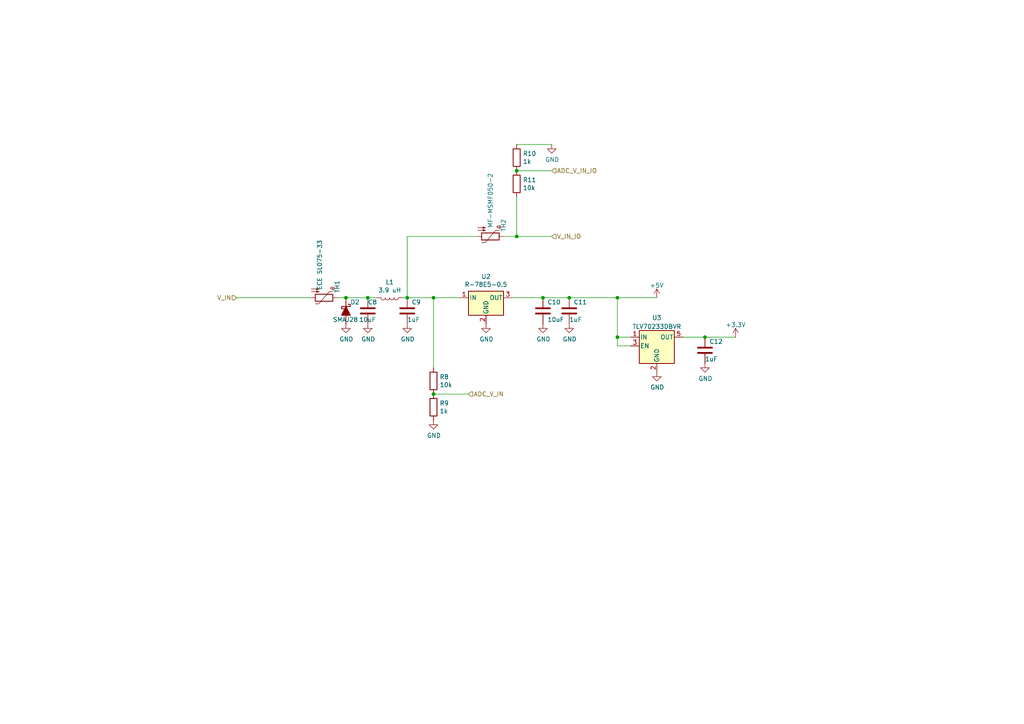
<source format=kicad_sch>
(kicad_sch (version 20230121) (generator eeschema)
  (paper "A4")
  (lib_symbols
    (symbol "Device:C" (pin_numbers hide) (pin_names (offset 0.254))
      (property "Reference" "C" (at 0.635 2.54 0))
      (property "Value" "C" (at 0.635 -2.54 0))
      (symbol "C_0_1"
        (polyline (pts (xy -2.032 -0.762) (xy 2.032 -0.762)) (stroke (width 0.508)))
        (polyline (pts (xy -2.032 0.762) (xy 2.032 0.762)) (stroke (width 0.508)))
      )
      (symbol "C_1_1"
        (pin passive line (at 0 3.81 270) (length 2.794) (name "~") (number "1"))
        (pin passive line (at 0 -3.81 90) (length 2.794) (name "~") (number "2"))
      )
    )
    (symbol "Device:D_Schottky_ALT" (pin_numbers hide) (pin_names (offset 1.016) hide)
      (property "Reference" "D" (at 0 2.54 0))
      (property "Value" "Device_D_Schottky_ALT" (at 0 -2.54 0))
      (symbol "D_Schottky_ALT_0_1"
        (polyline (pts (xy 1.27 0) (xy -1.27 0)))
        (polyline (pts (xy 1.27 1.27) (xy 1.27 -1.27) (xy -1.27 0) (xy 1.27 1.27)) (stroke (width 0.254)) (fill (type outline)))
        (polyline (pts (xy -1.905 0.635) (xy -1.905 1.27) (xy -1.27 1.27) (xy -1.27 -1.27) (xy -0.635 -1.27) (xy -0.635 -0.635)) (stroke (width 0.254)))
      )
      (symbol "D_Schottky_ALT_1_1"
        (pin passive line (at -3.81 0 0) (length 2.54) (name "K") (number "1"))
        (pin passive line (at 3.81 0 180) (length 2.54) (name "A") (number "2"))
      )
    )
    (symbol "Device:L" (pin_numbers hide) (pin_names (offset 1.016) hide)
      (property "Reference" "L" (at -1.27 0 90))
      (property "Value" "L" (at 1.905 0 90))
      (symbol "L_0_1"
        (arc (start 0 -2.54) (mid 0.6323 -1.905) (end 0 -1.27))
        (arc (start 0 -1.27) (mid 0.6323 -0.635) (end 0 0))
        (arc (start 0 0) (mid 0.6323 0.635) (end 0 1.27))
        (arc (start 0 1.27) (mid 0.6323 1.905) (end 0 2.54))
      )
      (symbol "L_1_1"
        (pin passive line (at 0 3.81 270) (length 1.27) (name "1") (number "1"))
        (pin passive line (at 0 -3.81 90) (length 1.27) (name "2") (number "2"))
      )
    )
    (symbol "Device:R" (pin_numbers hide) (pin_names (offset 0))
      (property "Reference" "R" (at 2.032 0 90))
      (property "Value" "R" (at 0 0 90))
      (symbol "R_0_1"
        (rectangle (start -1.016 -2.54) (end 1.016 2.54) (stroke (width 0.254)))
      )
      (symbol "R_1_1"
        (pin passive line (at 0 3.81 270) (length 1.27) (name "~") (number "1"))
        (pin passive line (at 0 -3.81 90) (length 1.27) (name "~") (number "2"))
      )
    )
    (symbol "Device:Thermistor_PTC" (pin_numbers hide) (pin_names (offset 0))
      (property "Reference" "TH" (at -4.064 0 90))
      (property "Value" "Thermistor_PTC" (at 3.048 0 90))
      (symbol "Thermistor_PTC_0_1"
        (arc (start -3.048 2.159) (mid -3.0505 2.3165) (end -3.175 2.413))
        (arc (start -3.048 2.159) (mid -2.9736 1.9794) (end -2.794 1.905))
        (arc (start -3.048 2.794) (mid -2.9736 2.6144) (end -2.794 2.54))
        (arc (start -2.794 1.905) (mid -2.6144 1.9794) (end -2.54 2.159))
        (arc (start -2.794 2.54) (mid -2.434 2.5608) (end -2.159 2.794))
        (arc (start -2.794 3.048) (mid -2.9736 2.9736) (end -3.048 2.794))
        (arc (start -2.54 2.794) (mid -2.6144 2.9736) (end -2.794 3.048))
        (rectangle (start -1.016 2.54) (end 1.016 -2.54) (stroke (width 0.254)))
        (polyline (pts (xy -2.54 2.159) (xy -2.54 2.794)))
        (polyline (pts (xy -1.778 2.54) (xy -1.778 1.524) (xy 1.778 -1.524) (xy 1.778 -2.54)))
        (polyline (pts (xy -2.54 -3.683) (xy -2.54 -1.397) (xy -2.794 -2.159) (xy -2.286 -2.159) (xy -2.54 -1.397) (xy -2.54 -1.651)) (fill (type outline)))
        (polyline (pts (xy -1.778 -3.683) (xy -1.778 -1.397) (xy -2.032 -2.159) (xy -1.524 -2.159) (xy -1.778 -1.397) (xy -1.778 -1.651)) (fill (type outline)))
      )
      (symbol "Thermistor_PTC_1_1"
        (pin passive line (at 0 3.81 270) (length 1.27) (name "~") (number "1"))
        (pin passive line (at 0 -3.81 90) (length 1.27) (name "~") (number "2"))
      )
    )
    (symbol "Regulator_Linear:TLV70230_SOT23-5" (pin_names (offset 0.254))
      (property "Reference" "U" (at -3.81 5.715 0))
      (property "Value" "TLV70230_SOT23-5" (at 0 5.715 0))
      (symbol "TLV70230_SOT23-5_0_1"
        (rectangle (start -5.08 4.445) (end 5.08 -5.08) (stroke (width 0.254)) (fill (type background)))
      )
      (symbol "TLV70230_SOT23-5_1_1"
        (pin power_in line (at -7.62 2.54 0) (length 2.54) (name "IN") (number "1"))
        (pin power_in line (at 0 -7.62 90) (length 2.54) (name "GND") (number "2"))
        (pin input line (at -7.62 0 0) (length 2.54) (name "EN") (number "3"))
        (pin no_connect line (at 5.08 0 180) (length 2.54) hide (name "NC") (number "4"))
        (pin power_out line (at 7.62 2.54 180) (length 2.54) (name "OUT") (number "5"))
      )
    )
    (symbol "Regulator_Switching:R-783.3-0.5" (pin_names (offset 0.254))
      (property "Reference" "U" (at -3.81 3.175 0))
      (property "Value" "R-783.3-0.5" (at 0 3.175 0))
      (symbol "R-783.3-0.5_0_1"
        (rectangle (start -5.08 1.905) (end 5.08 -5.08) (stroke (width 0.254)) (fill (type background)))
      )
      (symbol "R-783.3-0.5_1_1"
        (pin power_in line (at -7.62 0 0) (length 2.54) (name "IN") (number "1"))
        (pin power_in line (at 0 -7.62 90) (length 2.54) (name "GND") (number "2"))
        (pin power_out line (at 7.62 0 180) (length 2.54) (name "OUT") (number "3"))
      )
    )
    (symbol "power:+3.3V" (power) (pin_names (offset 0))
      (property "Value" "+3.3V" (at 0 3.556 0))
      (symbol "+3.3V_0_1"
        (polyline (pts (xy -0.762 1.27) (xy 0 2.54)))
        (polyline (pts (xy 0 0) (xy 0 2.54)))
        (polyline (pts (xy 0 2.54) (xy 0.762 1.27)))
      )
      (symbol "+3.3V_1_1"
        (pin power_in line (at 0 0 90) (length 0) hide (name "+3.3V") (number "1"))
      )
    )
    (symbol "power:+5V" (power) (pin_names (offset 0))
      (property "Value" "+5V" (at 0 3.556 0))
      (symbol "+5V_0_1"
        (polyline (pts (xy -0.762 1.27) (xy 0 2.54)))
        (polyline (pts (xy 0 0) (xy 0 2.54)))
        (polyline (pts (xy 0 2.54) (xy 0.762 1.27)))
      )
      (symbol "+5V_1_1"
        (pin power_in line (at 0 0 90) (length 0) hide (name "+5V") (number "1"))
      )
    )
    (symbol "power:GND" (power) (pin_names (offset 0))
      (property "Value" "GND" (at 0 -3.81 0))
      (symbol "GND_0_1"
        (polyline (pts (xy 0 0) (xy 0 -1.27) (xy 1.27 -1.27) (xy 0 -2.54) (xy -1.27 -1.27) (xy 0 -1.27)))
      )
      (symbol "GND_1_1"
        (pin power_in line (at 0 0 270) (length 0) hide (name "GND") (number "1"))
      )
    )
  )
  (junction (at 125.73 114.3))
  (junction (at 106.68 86.36))
  (junction (at 100.33 86.36))
  (junction (at 125.73 86.36))
  (junction (at 179.07 97.79))
  (junction (at 204.47 97.79))
  (junction (at 165.1 86.36))
  (junction (at 179.07 86.36))
  (junction (at 157.48 86.36))
  (junction (at 118.11 86.36))
  (junction (at 149.86 49.53))
  (junction (at 149.86 68.58))
  (wire (pts (xy 149.86 68.58) (xy 149.86 57.15)))
  (wire (pts (xy 204.47 97.79) (xy 213.36 97.79)))
  (wire (pts (xy 157.48 86.36) (xy 165.1 86.36)))
  (wire (pts (xy 68.58 86.36) (xy 90.17 86.36)))
  (wire (pts (xy 106.68 86.36) (xy 109.22 86.36)))
  (wire (pts (xy 125.73 86.36) (xy 125.73 106.68)))
  (wire (pts (xy 148.59 86.36) (xy 157.48 86.36)))
  (wire (pts (xy 118.11 68.58) (xy 138.43 68.58)))
  (wire (pts (xy 118.11 86.36) (xy 125.73 86.36)))
  (wire (pts (xy 179.07 86.36) (xy 190.5 86.36)))
  (wire (pts (xy 160.02 68.58) (xy 149.86 68.58)))
  (wire (pts (xy 149.86 49.53) (xy 160.02 49.53)))
  (wire (pts (xy 179.07 97.79) (xy 179.07 86.36)))
  (wire (pts (xy 179.07 100.33) (xy 179.07 97.79)))
  (wire (pts (xy 100.33 86.36) (xy 106.68 86.36)))
  (wire (pts (xy 118.11 86.36) (xy 116.84 86.36)))
  (wire (pts (xy 198.12 97.79) (xy 204.47 97.79)))
  (wire (pts (xy 165.1 86.36) (xy 179.07 86.36)))
  (wire (pts (xy 149.86 41.91) (xy 160.02 41.91)))
  (wire (pts (xy 182.88 100.33) (xy 179.07 100.33)))
  (wire (pts (xy 182.88 97.79) (xy 179.07 97.79)))
  (wire (pts (xy 118.11 68.58) (xy 118.11 86.36)))
  (wire (pts (xy 125.73 114.3) (xy 135.89 114.3)))
  (wire (pts (xy 97.79 86.36) (xy 100.33 86.36)))
  (wire (pts (xy 149.86 68.58) (xy 146.05 68.58)))
  (wire (pts (xy 125.73 86.36) (xy 133.35 86.36)))
  (hierarchical_label "V_IN" (shape input) (at 68.58 86.36 180))
  (hierarchical_label "V_IN_IO" (shape input) (at 160.02 68.58 0))
  (hierarchical_label "ADC_V_IN" (shape input) (at 135.89 114.3 0))
  (hierarchical_label "ADC_V_IN_IO" (shape input) (at 160.02 49.53 0))
  (symbol (lib_id "Device:C") (at 165.1 90.17 0) (unit 1)
    (property "Reference" "C11" (at 166.37 87.63 0) (effects (justify left)))
    (property "Value" "1uF" (at 165.1 92.71 0) (effects (justify left)))
    (property "Footprint" "Capacitor_SMD:C_0805_2012Metric" (effects hide))
  )
  (symbol (lib_id "Device:C") (at 157.48 90.17 0) (unit 1)
    (property "Reference" "C10" (at 158.75 87.63 0) (effects (justify left)))
    (property "Value" "10uF" (at 158.75 92.71 0) (effects (justify left)))
    (property "Footprint" "Capacitor_SMD:C_1210_3225Metric" (effects hide))
  )
  (symbol (lib_id "power:GND") (at 157.48 93.98 0) (unit 1)
    (property "Reference" "#PWR024" (effects hide))
    (property "Value" "GND" (at 157.607 98.3742 0))
  )
  (symbol (lib_id "power:GND") (at 165.1 93.98 0) (unit 1)
    (property "Reference" "#PWR026" (effects hide))
    (property "Value" "GND" (at 165.227 98.3742 0))
  )
  (symbol (lib_id "Device:D_Schottky_ALT") (at 100.33 90.17 270) (unit 1)
    (property "Reference" "D2" (at 101.6 87.63 90) (effects (justify left)))
    (property "Value" "SMAJ28" (at 96.52 92.71 90) (effects (justify left)))
    (property "Footprint" "Diode_SMD:D_SMA" (effects hide))
  )
  (symbol (lib_id "Device:C") (at 118.11 90.17 0) (unit 1)
    (property "Reference" "C9" (at 119.38 87.63 0) (effects (justify left)))
    (property "Value" "1uF" (at 118.11 92.71 0) (effects (justify left)))
    (property "Footprint" "Capacitor_SMD:C_0805_2012Metric" (effects hide))
  )
  (symbol (lib_id "power:GND") (at 100.33 93.98 0) (unit 1)
    (property "Reference" "#PWR019" (effects hide))
    (property "Value" "GND" (at 100.457 98.3742 0))
  )
  (symbol (lib_id "power:GND") (at 118.11 93.98 0) (unit 1)
    (property "Reference" "#PWR021" (effects hide))
    (property "Value" "GND" (at 118.237 98.3742 0))
  )
  (symbol (lib_id "Device:Thermistor_PTC") (at 93.98 86.36 270) (unit 1)
    (property "Reference" "TH1" (at 97.79 81.28 0) (effects (justify left)))
    (property "Value" "ECE SL075-33 " (at 92.71 68.58 0) (effects (justify left)))
    (property "Footprint" "Fuse:Fuse_1812_4532Metric_Pad1.30x3.40mm_HandSolder" (effects hide))
  )
  (symbol (lib_id "Device:L") (at 113.03 86.36 270) (unit 1)
    (property "Reference" "L1" (at 113.03 81.8388 90))
    (property "Value" "3.9 uH" (at 113.03 84.1502 90))
    (property "Footprint" "Inductor_SMD:L_0805_2012Metric_Pad1.15x1.40mm_HandSolder" (effects hide))
  )
  (symbol (lib_id "Device:C") (at 106.68 90.17 0) (unit 1)
    (property "Reference" "C8" (at 106.68 87.63 0) (effects (justify left)))
    (property "Value" "10uF" (at 104.14 92.71 0) (effects (justify left)))
    (property "Footprint" "Capacitor_SMD:C_1210_3225Metric" (effects hide))
  )
  (symbol (lib_id "power:GND") (at 106.68 93.98 0) (unit 1)
    (property "Reference" "#PWR020" (effects hide))
    (property "Value" "GND" (at 106.807 98.3742 0))
  )
  (symbol (lib_id "Regulator_Switching:R-783.3-0.5") (at 140.97 86.36 0) (unit 1)
    (property "Reference" "U2" (at 140.97 80.2132 0))
    (property "Value" "R-78E5-0.5" (at 140.97 82.5246 0))
    (property "Footprint" "Converter_DCDC:Converter_DCDC_RECOM_R-78E-0.5_THT" (effects hide))
    (property "Datasheet" "https://www.recom-power.com/pdf/Innoline/R-78xx-0.5.pdf" (effects hide))
  )
  (symbol (lib_id "power:GND") (at 140.97 93.98 0) (unit 1)
    (property "Reference" "#PWR023" (effects hide))
    (property "Value" "GND" (at 141.097 98.3742 0))
  )
  (symbol (lib_id "Device:Thermistor_PTC") (at 142.24 68.58 270) (unit 1)
    (property "Reference" "TH2" (at 146.05 63.5 0) (effects (justify left)))
    (property "Value" "MF-MSMF050-2" (at 142.24 50.165 0) (effects (justify left)))
    (property "Footprint" "Fuse:Fuse_1812_4532Metric_Pad1.30x3.40mm_HandSolder" (effects hide))
  )
  (symbol (lib_id "Device:R") (at 125.73 110.49 0) (unit 1)
    (property "Reference" "R8" (at 127.508 109.3216 0) (effects (justify left)))
    (property "Value" "10k" (at 127.508 111.633 0) (effects (justify left)))
    (property "Footprint" "Resistor_SMD:R_0805_2012Metric" (effects hide))
  )
  (symbol (lib_id "Device:R") (at 125.73 118.11 0) (unit 1)
    (property "Reference" "R9" (at 127.508 116.9416 0) (effects (justify left)))
    (property "Value" "1k" (at 127.508 119.253 0) (effects (justify left)))
    (property "Footprint" "Resistor_SMD:R_0805_2012Metric" (effects hide))
  )
  (symbol (lib_id "power:GND") (at 125.73 121.92 0) (unit 1)
    (property "Reference" "#PWR022" (effects hide))
    (property "Value" "GND" (at 125.857 126.3142 0))
  )
  (symbol (lib_id "Device:R") (at 149.86 53.34 180) (unit 1)
    (property "Reference" "R11" (at 151.638 52.1716 0) (effects (justify right)))
    (property "Value" "10k" (at 151.638 54.483 0) (effects (justify right)))
    (property "Footprint" "Resistor_SMD:R_0805_2012Metric" (effects hide))
  )
  (symbol (lib_id "Device:R") (at 149.86 45.72 0) (unit 1)
    (property "Reference" "R10" (at 151.638 44.5516 0) (effects (justify left)))
    (property "Value" "1k" (at 151.638 46.863 0) (effects (justify left)))
    (property "Footprint" "Resistor_SMD:R_0805_2012Metric" (effects hide))
  )
  (symbol (lib_id "power:GND") (at 160.02 41.91 0) (unit 1)
    (property "Reference" "#PWR025" (effects hide))
    (property "Value" "GND" (at 160.147 46.3042 0))
  )
  (symbol (lib_id "power:GND") (at 204.47 105.41 0) (unit 1)
    (property "Reference" "#PWR029" (effects hide))
    (property "Value" "GND" (at 204.597 109.8042 0))
  )
  (symbol (lib_id "power:+5V") (at 190.5 86.36 0) (unit 1)
    (property "Reference" "#PWR027" (effects hide))
    (property "Value" "+5V" (at 190.5 82.7842 0))
  )
  (symbol (lib_id "power:GND") (at 190.5 107.95 0) (unit 1)
    (property "Reference" "#PWR028" (effects hide))
    (property "Value" "GND" (at 190.627 112.3442 0))
  )
  (symbol (lib_id "power:+3.3V") (at 213.36 97.79 0) (unit 1)
    (property "Reference" "#PWR030" (effects hide))
    (property "Value" "+3.3V" (at 213.36 94.2142 0))
  )
  (symbol (lib_id "Regulator_Linear:TLV70230_SOT23-5") (at 190.5 100.33 0) (unit 1)
    (property "Reference" "U3" (at 190.5 92.1852 0))
    (property "Value" "TLV70233DBVR" (at 190.5 94.7221 0))
    (property "Footprint" "Package_TO_SOT_SMD:SOT-23-5" (effects hide))
    (property "Datasheet" "http://www.ti.com/lit/ds/symlink/tlv702.pdf" (effects hide))
  )
  (symbol (lib_id "Device:C") (at 204.47 101.6 0) (unit 1)
    (property "Reference" "C12" (at 205.74 99.06 0) (effects (justify left)))
    (property "Value" "1uF" (at 204.47 104.14 0) (effects (justify left)))
    (property "Footprint" "Capacitor_SMD:C_0805_2012Metric" (effects hide))
  )
)
</source>
